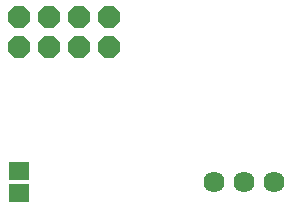
<source format=gts>
G04 EAGLE Gerber RS-274X export*
G75*
%MOMM*%
%FSLAX34Y34*%
%LPD*%
%INTop Soldermask*%
%IPPOS*%
%AMOC8*
5,1,8,0,0,1.08239X$1,22.5*%
G01*
%ADD10C,1.793200*%
%ADD11P,2.034460X8X202.500000*%
%ADD12R,1.703200X1.503200*%


D10*
X215900Y596900D03*
X241300Y596900D03*
X266700Y596900D03*
D11*
X127000Y736600D03*
X127000Y711200D03*
X101600Y736600D03*
X101600Y711200D03*
X76200Y736600D03*
X76200Y711200D03*
X50800Y736600D03*
X50800Y711200D03*
D12*
X50800Y587400D03*
X50800Y606400D03*
M02*

</source>
